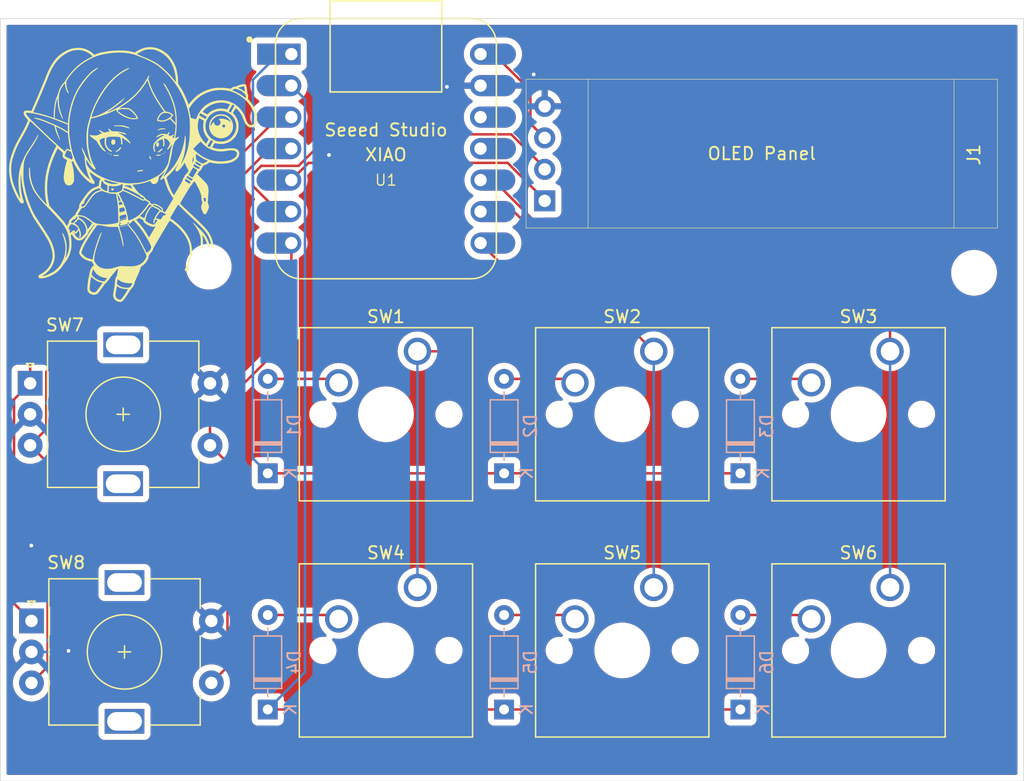
<source format=kicad_pcb>
(kicad_pcb (version 20240108) (generator "pcbnew") (generator_version "8.0")
  (layers (0 "F.Cu" signal) (31 "B.Cu" signal) (34 "B.Paste" user) (35 "F.Paste" user) (36 "B.SilkS" user "B.Silkscreen") (37 "F.SilkS" user "F.Silkscreen") (38 "B.Mask" user) (39 "F.Mask" user) (44 "Edge.Cuts" user))
  (net 0 "")
  (net 1 "Net-(D1-A)")
  (net 2 "ROW1")
  (net 3 "Net-(D2-A)")
  (net 4 "Net-(D3-A)")
  (net 5 "Net-(D4-A)")
  (net 6 "ROW2")
  (net 7 "Net-(D5-A)")
  (net 8 "Net-(D6-A)")
  (net 9 "SDA")
  (net 10 "GND")
  (net 11 "+5V")
  (net 12 "SCL")
  (net 13 "COL1")
  (net 14 "COL2")
  (net 15 "COL3")
  (net 16 "SWB")
  (net 17 "SWA")
  (net 18 "SW1")
  (net 20 "+3V3")
  (footprint "Button_Switch_Keyboard:SW_Cherry_MX_1.00u_PCB" (layer "F.Cu") (at 131.1275 56.8325)
    (property "Reference" "SW1" (at -2.54 -2.794 0) (layer "F.SilkS"))
    (property "Value" "SW_Push_45deg")
    (pad "" np_thru_hole circle (at -7.62 5.08) (size 1.7 1.7) (drill 1.7) (layers "*.Cu" "*.Mask"))
    (pad "" np_thru_hole circle (at -2.54 5.08) (size 4 4) (drill 4) (layers "*.Cu" "*.Mask"))
    (pad "" np_thru_hole circle (at 2.54 5.08) (size 1.7 1.7) (drill 1.7) (layers "*.Cu" "*.Mask"))
    (pad "1" thru_hole circle (at 0 0) (size 2.2 2.2) (drill 1.5) (layers "*.Cu" "*.Mask") (net 13 "COL1"))
    (pad "2" thru_hole circle (at -6.35 2.54) (size 2.2 2.2) (drill 1.5) (layers "*.Cu" "*.Mask") (net 1 "Net-(D1-A)"))
  )
  (footprint "Rotary_Encoder:RotaryEncoder_Alps_EC11E-Switch_Vertical_H20mm" (layer "F.Cu") (at 99.90625 59.4125)
    (property "Reference" "SW7" (at 2.8 -4.7 0) (layer "F.SilkS"))
    (property "Value" "RotaryEncoder_Switch")
    (pad "A" thru_hole rect (at 0 0) (size 2 2) (drill 1) (layers "*.Cu" "*.Mask") (net 17 "SWA"))
    (pad "B" thru_hole circle (at 0 5) (size 2 2) (drill 1) (layers "*.Cu" "*.Mask") (net 16 "SWB"))
    (pad "C" thru_hole circle (at 0 2.5) (size 2 2) (drill 1) (layers "*.Cu" "*.Mask") (net 10 "GND"))
    (pad "MP" thru_hole rect (at 7.5 -3.1) (size 3.2 2) (drill oval 2.8 1.5) (layers "*.Cu" "*.Mask"))
    (pad "MP" thru_hole rect (at 7.5 8.1) (size 3.2 2) (drill oval 2.8 1.5) (layers "*.Cu" "*.Mask"))
    (pad "S1" thru_hole circle (at 14.5 5) (size 2 2) (drill 1) (layers "*.Cu" "*.Mask") (net 18 "SW1"))
    (pad "S2" thru_hole circle (at 14.5 0) (size 2 2) (drill 1) (layers "*.Cu" "*.Mask") (net 10 "GND"))
  )
  (footprint "Button_Switch_Keyboard:SW_Cherry_MX_1.00u_PCB" (layer "F.Cu") (at 131.1275 75.8825)
    (property "Reference" "SW4" (at -2.54 -2.794 0) (layer "F.SilkS"))
    (property "Value" "SW_Push_45deg")
    (pad "" np_thru_hole circle (at -7.62 5.08) (size 1.7 1.7) (drill 1.7) (layers "*.Cu" "*.Mask"))
    (pad "" np_thru_hole circle (at -2.54 5.08) (size 4 4) (drill 4) (layers "*.Cu" "*.Mask"))
    (pad "" np_thru_hole circle (at 2.54 5.08) (size 1.7 1.7) (drill 1.7) (layers "*.Cu" "*.Mask"))
    (pad "1" thru_hole circle (at 0 0) (size 2.2 2.2) (drill 1.5) (layers "*.Cu" "*.Mask") (net 13 "COL1"))
    (pad "2" thru_hole circle (at -6.35 2.54) (size 2.2 2.2) (drill 1.5) (layers "*.Cu" "*.Mask") (net 5 "Net-(D4-A)"))
  )
  (footprint "MountingHole:MountingHole_3.2mm_M3" (layer "F.Cu") (at 176 50.5)
    (property "Reference" "REF**" (hide yes))
    (property "Value" "MountingHole_3.2mm_M3" (hide yes))
    (pad "" np_thru_hole circle (at 0 0) (size 3.2 3.2) (drill 3.2) (layers "*.Cu" "*.Mask"))
  )
  (footprint "Foot:SSD1306-0.91-OLED-4pin-128x32" (layer "F.Cu") (at 177.885 46.885 180)
    (property "Reference" "J1" (at 1.9 5.91 90) (layer "F.SilkS"))
    (property "Value" "OLED DISPLAY")
    (fp_text user "OLED Panel" (at 19 6 0) (layer "F.SilkS"))
    (pad "1" thru_hole rect (at 36.5 2.19 180) (size 1.7 1.7) (drill 1) (layers "*.Cu" "*.Mask") (net 9 "SDA"))
    (pad "2" thru_hole oval (at 36.5 4.73 180) (size 1.7 1.7) (drill 1) (layers "*.Cu" "*.Mask") (net 12 "SCL"))
    (pad "3" thru_hole oval (at 36.5 7.27 180) (size 1.7 1.7) (drill 1) (layers "*.Cu" "*.Mask") (net 11 "+5V"))
    (pad "4" thru_hole oval (at 36.5 9.81 180) (size 1.7 1.7) (drill 1) (layers "*.Cu" "*.Mask") (net 10 "GND"))
  )
  (footprint "Button_Switch_Keyboard:SW_Cherry_MX_1.00u_PCB" (layer "F.Cu") (at 150.1775 56.8325)
    (property "Reference" "SW2" (at -2.54 -2.794 0) (layer "F.SilkS"))
    (property "Value" "SW_Push_45deg")
    (pad "" np_thru_hole circle (at -7.62 5.08) (size 1.7 1.7) (drill 1.7) (layers "*.Cu" "*.Mask"))
    (pad "" np_thru_hole circle (at -2.54 5.08) (size 4 4) (drill 4) (layers "*.Cu" "*.Mask"))
    (pad "" np_thru_hole circle (at 2.54 5.08) (size 1.7 1.7) (drill 1.7) (layers "*.Cu" "*.Mask"))
    (pad "1" thru_hole circle (at 0 0) (size 2.2 2.2) (drill 1.5) (layers "*.Cu" "*.Mask") (net 14 "COL2"))
    (pad "2" thru_hole circle (at -6.35 2.54) (size 2.2 2.2) (drill 1.5) (layers "*.Cu" "*.Mask") (net 3 "Net-(D2-A)"))
  )
  (footprint "Rotary_Encoder:RotaryEncoder_Alps_EC11E-Switch_Vertical_H20mm" (layer "F.Cu") (at 100.0125 78.58125)
    (property "Reference" "SW8" (at 2.8 -4.7 0) (layer "F.SilkS"))
    (property "Value" "RotaryEncoder_Switch")
    (pad "A" thru_hole rect (at 0 0) (size 2 2) (drill 1) (layers "*.Cu" "*.Mask") (net 17 "SWA"))
    (pad "B" thru_hole circle (at 0 5) (size 2 2) (drill 1) (layers "*.Cu" "*.Mask") (net 16 "SWB"))
    (pad "C" thru_hole circle (at 0 2.5) (size 2 2) (drill 1) (layers "*.Cu" "*.Mask") (net 10 "GND"))
    (pad "MP" thru_hole rect (at 7.5 -3.1) (size 3.2 2) (drill oval 2.8 1.5) (layers "*.Cu" "*.Mask"))
    (pad "MP" thru_hole rect (at 7.5 8.1) (size 3.2 2) (drill oval 2.8 1.5) (layers "*.Cu" "*.Mask"))
    (pad "S1" thru_hole circle (at 14.5 5) (size 2 2) (drill 1) (layers "*.Cu" "*.Mask") (net 18 "SW1"))
    (pad "S2" thru_hole circle (at 14.5 0) (size 2 2) (drill 1) (layers "*.Cu" "*.Mask") (net 10 "GND"))
  )
  (footprint "MountingHole:MountingHole_3.2mm_M3" (layer "F.Cu") (at 114.3 50.00625)
    (property "Reference" "REF**" (hide yes))
    (property "Value" "MountingHole_3.2mm_M3" (hide yes))
    (pad "" np_thru_hole circle (at 0 0) (size 3.2 3.2) (drill 3.2) (layers "*.Cu" "*.Mask"))
  )
  (footprint "LOGO" (layer "F.Cu") (at 108 42.5)
    (property "Reference" "G***" (hide yes))
    (property "Value" "LOGO" (hide yes))
  )
  (footprint "Button_Switch_Keyboard:SW_Cherry_MX_1.00u_PCB" (layer "F.Cu") (at 169.2275 56.8325)
    (property "Reference" "SW3" (at -2.54 -2.794 0) (layer "F.SilkS"))
    (property "Value" "SW_Push_45deg")
    (pad "" np_thru_hole circle (at -7.62 5.08) (size 1.7 1.7) (drill 1.7) (layers "*.Cu" "*.Mask"))
    (pad "" np_thru_hole circle (at -2.54 5.08) (size 4 4) (drill 4) (layers "*.Cu" "*.Mask"))
    (pad "" np_thru_hole circle (at 2.54 5.08) (size 1.7 1.7) (drill 1.7) (layers "*.Cu" "*.Mask"))
    (pad "1" thru_hole circle (at 0 0) (size 2.2 2.2) (drill 1.5) (layers "*.Cu" "*.Mask") (net 15 "COL3"))
    (pad "2" thru_hole circle (at -6.35 2.54) (size 2.2 2.2) (drill 1.5) (layers "*.Cu" "*.Mask") (net 4 "Net-(D3-A)"))
  )
  (footprint "Foot:XIAO-Generic-Hybrid-14P-2.54-21X17.8MM" (layer "F.Cu") (at 128.5875 40.48125)
    (property "Reference" "U1" (at 0 2.54 0) (layer "F.SilkS") (effects (font (size 0.889 0.889) (thickness 0.1016))))
    (property "Value" "XIAO-RP2040-DIP" (hide yes))
    (fp_text user "Seeed Studio" (at 0 -1.5 0) (layer "F.SilkS"))
    (fp_text user "XIAO" (at 0 0.5 0) (layer "F.SilkS"))
    (pad "1" thru_hole rect (at -7.625 -7.62) (size 3.5 1.7) (drill 1 (offset -1 0)) (layers "*.Cu" "*.Mask") (net 2 "ROW1"))
    (pad "2" thru_hole oval (at -7.625 -5.08) (size 3.6 1.7) (drill 1 (offset -1 0)) (layers "*.Cu" "*.Mask") (net 6 "ROW2"))
    (pad "3" thru_hole oval (at -7.625 -2.54) (size 3.6 1.7) (drill 1 (offset -1 0)) (layers "*.Cu" "*.Mask") (net 17 "SWA"))
    (pad "4" thru_hole oval (at -7.625 0) (size 3.6 1.7) (drill 1 (offset -1 0)) (layers "*.Cu" "*.Mask") (net 16 "SWB"))
    (pad "5" thru_hole oval (at -7.625 2.54) (size 3.6 1.7) (drill 1 (offset -1 0)) (layers "*.Cu" "*.Mask") (net 9 "SDA"))
    (pad "6" thru_hole oval (at -7.625 5.08 180) (size 3.6 1.7) (drill 1 (offset 1 0)) (layers "*.Cu" "*.Mask") (net 12 "SCL"))
    (pad "7" thru_hole oval (at -7.625 7.62) (size 3.6 1.7) (drill 1 (offset -1 0)) (layers "*.Cu" "*.Mask") (net 18 "SW1"))
    (pad "8" thru_hole oval (at 7.625 7.62) (size 3.6 1.7) (drill 1 (offset 1 0)) (layers "*.Cu" "*.Mask") (net 13 "COL1"))
    (pad "9" thru_hole oval (at 7.625 5.08) (size 3.6 1.7) (drill 1 (offset 1 0)) (layers "*.Cu" "*.Mask") (net 14 "COL2"))
    (pad "10" thru_hole oval (at 7.625 2.54) (size 3.6 1.7) (drill 1 (offset 1 0)) (layers "*.Cu" "*.Mask") (net 15 "COL3"))
    (pad "11" thru_hole oval (at 7.625 0) (size 3.7 1.7) (drill 1 (offset 1 0)) (layers "*.Cu" "*.Mask"))
    (pad "12" thru_hole oval (at 7.625 -2.54) (size 3.7 1.7) (drill 1 (offset 1 0)) (layers "*.Cu" "*.Mask") (net 20 "+3V3"))
    (pad "13" thru_hole oval (at 7.625 -5.08) (size 3.7 1.7) (drill 1 (offset 1 0)) (layers "*.Cu" "*.Mask") (net 10 "GND"))
    (pad "14" thru_hole oval (at 7.625 -7.62) (size 3.7 1.7) (drill 1 (offset 1 0)) (layers "*.Cu" "*.Mask") (net 11 "+5V"))
  )
  (footprint "Button_Switch_Keyboard:SW_Cherry_MX_1.00u_PCB" (layer "F.Cu") (at 169.2275 75.8825)
    (property "Reference" "SW6" (at -2.54 -2.794 0) (layer "F.SilkS"))
    (property "Value" "SW_Push_45deg")
    (pad "" np_thru_hole circle (at -7.62 5.08) (size 1.7 1.7) (drill 1.7) (layers "*.Cu" "*.Mask"))
    (pad "" np_thru_hole circle (at -2.54 5.08) (size 4 4) (drill 4) (layers "*.Cu" "*.Mask"))
    (pad "" np_thru_hole circle (at 2.54 5.08) (size 1.7 1.7) (drill 1.7) (layers "*.Cu" "*.Mask"))
    (pad "1" thru_hole circle (at 0 0) (size 2.2 2.2) (drill 1.5) (layers "*.Cu" "*.Mask") (net 15 "COL3"))
    (pad "2" thru_hole circle (at -6.35 2.54) (size 2.2 2.2) (drill 1.5) (layers "*.Cu" "*.Mask") (net 8 "Net-(D6-A)"))
  )
  (footprint "Button_Switch_Keyboard:SW_Cherry_MX_1.00u_PCB" (layer "F.Cu") (at 150.1775 75.8825)
    (property "Reference" "SW5" (at -2.54 -2.794 0) (layer "F.SilkS"))
    (property "Value" "SW_Push_45deg")
    (pad "" np_thru_hole circle (at -7.62 5.08) (size 1.7 1.7) (drill 1.7) (layers "*.Cu" "*.Mask"))
    (pad "" np_thru_hole circle (at -2.54 5.08) (size 4 4) (drill 4) (layers "*.Cu" "*.Mask"))
    (pad "" np_thru_hole circle (at 2.54 5.08) (size 1.7 1.7) (drill 1.7) (layers "*.Cu" "*.Mask"))
    (pad "1" thru_hole circle (at 0 0) (size 2.2 2.2) (drill 1.5) (layers "*.Cu" "*.Mask") (net 14 "COL2"))
    (pad "2" thru_hole circle (at -6.35 2.54) (size 2.2 2.2) (drill 1.5) (layers "*.Cu" "*.Mask") (net 7 "Net-(D5-A)"))
  )
  (footprint "Diode_THT:D_DO-35_SOD27_P7.62mm_Horizontal" (layer "B.Cu") (at 157.1625 66.675 90)
    (property "Reference" "D3" (at 3.81 2.12 90) (layer "B.SilkS") (effects (justify mirror)))
    (property "Value" "D")
    (fp_text user "K" (at 0 1.8 90) (layer "B.SilkS") (effects (justify mirror)))
    (pad "1" thru_hole rect (at 0 0 90) (size 1.6 1.6) (drill 0.8) (layers "*.Cu" "*.Mask") (net 2 "ROW1"))
    (pad "2" thru_hole oval (at 7.62 0 90) (size 1.6 1.6) (drill 0.8) (layers "*.Cu" "*.Mask") (net 4 "Net-(D3-A)"))
  )
  (footprint "Diode_THT:D_DO-35_SOD27_P7.62mm_Horizontal" (layer "B.Cu") (at 119.0625 66.675 90)
    (property "Reference" "D1" (at 3.81 2.12 90) (layer "B.SilkS") (effects (justify mirror)))
    (property "Value" "D")
    (fp_text user "K" (at 0 1.8 90) (layer "B.SilkS") (effects (justify mirror)))
    (pad "1" thru_hole rect (at 0 0 90) (size 1.6 1.6) (drill 0.8) (layers "*.Cu" "*.Mask") (net 2 "ROW1"))
    (pad "2" thru_hole oval (at 7.62 0 90) (size 1.6 1.6) (drill 0.8) (layers "*.Cu" "*.Mask") (net 1 "Net-(D1-A)"))
  )
  (footprint "Diode_THT:D_DO-35_SOD27_P7.62mm_Horizontal" (layer "B.Cu") (at 157.1625 85.725 90)
    (property "Reference" "D6" (at 3.81 2.12 90) (layer "B.SilkS") (effects (justify mirror)))
    (property "Value" "D")
    (fp_text user "K" (at 0 1.8 90) (layer "B.SilkS") (effects (justify mirror)))
    (pad "1" thru_hole rect (at 0 0 90) (size 1.6 1.6) (drill 0.8) (layers "*.Cu" "*.Mask") (net 6 "ROW2"))
    (pad "2" thru_hole oval (at 7.62 0 90) (size 1.6 1.6) (drill 0.8) (layers "*.Cu" "*.Mask") (net 8 "Net-(D6-A)"))
  )
  (footprint "Diode_THT:D_DO-35_SOD27_P7.62mm_Horizontal" (layer "B.Cu") (at 119.0625 85.725 90)
    (property "Reference" "D4" (at 3.81 2.12 90) (layer "B.SilkS") (effects (justify mirror)))
    (property "Value" "D")
    (fp_text user "K" (at 0 1.8 90) (layer "B.SilkS") (effects (justify mirror)))
    (pad "1" thru_hole rect (at 0 0 90) (size 1.6 1.6) (drill 0.8) (layers "*.Cu" "*.Mask") (net 6 "ROW2"))
    (pad "2" thru_hole oval (at 7.62 0 90) (size 1.6 1.6) (drill 0.8) (layers "*.Cu" "*.Mask") (net 5 "Net-(D4-A)"))
  )
  (footprint "Diode_THT:D_DO-35_SOD27_P7.62mm_Horizontal" (layer "B.Cu") (at 138.1125 66.675 90)
    (property "Reference" "D2" (at 3.81 2.12 90) (layer "B.SilkS") (effects (justify mirror)))
    (property "Value" "D")
    (fp_text user "K" (at 0 1.8 90) (layer "B.SilkS") (effects (justify mirror)))
    (pad "1" thru_hole rect (at 0 0 90) (size 1.6 1.6) (drill 0.8) (layers "*.Cu" "*.Mask") (net 2 "ROW1"))
    (pad "2" thru_hole oval (at 7.62 0 90) (size 1.6 1.6) (drill 0.8) (layers "*.Cu" "*.Mask") (net 3 "Net-(D2-A)"))
  )
  (footprint "Diode_THT:D_DO-35_SOD27_P7.62mm_Horizontal" (layer "B.Cu") (at 138.1125 85.725 90)
    (property "Reference" "D5" (at 3.81 2.12 90) (layer "B.SilkS") (effects (justify mirror)))
    (property "Value" "D")
    (fp_text user "K" (at 0 1.8 90) (layer "B.SilkS") (effects (justify mirror)))
    (pad "1" thru_hole rect (at 0 0 90) (size 1.6 1.6) (drill 0.8) (layers "*.Cu" "*.Mask") (net 6 "ROW2"))
    (pad "2" thru_hole oval (at 7.62 0 90) (size 1.6 1.6) (drill 0.8) (layers "*.Cu" "*.Mask") (net 7 "Net-(D5-A)"))
  )
  (gr_rect (start 97.5 30) (end 180 91.5) (stroke (width 0.05)) (fill none) (layer "Edge.Cuts"))
  (segment (start 124.46 59.055) (end 124.7775 59.3725) (width 0.2) (layer "F.Cu") (net 1))
  (segment (start 119.0625 59.055) (end 124.46 59.055) (width 0.2) (layer "F.Cu") (net 1))
  (segment (start 138.1125 66.675) (end 157.1625 66.675) (width 0.2) (layer "F.Cu") (net 2))
  (segment (start 119.0625 66.675) (end 138.1125 66.675) (width 0.2) (layer "F.Cu") (net 2))
  (segment (start 119.0625 66.675) (end 117.8625 65.475) (width 0.2) (layer "B.Cu") (net 2))
  (segment (start 117.8625 34.924904) (end 119.926154 32.86125) (width 0.2) (layer "B.Cu") (net 2))
  (segment (start 117.8625 65.475) (end 117.8625 34.924904) (width 0.2) (layer "B.Cu") (net 2))
  (segment (start 119.926154 32.86125) (end 120.9625 32.86125) (width 0.2) (layer "B.Cu") (net 2))
  (segment (start 143.51 59.055) (end 143.8275 59.3725) (width 0.2) (layer "F.Cu") (net 3))
  (segment (start 138.1125 59.055) (end 143.51 59.055) (width 0.2) (layer "F.Cu") (net 3))
  (segment (start 162.56 59.055) (end 162.8775 59.3725) (width 0.2) (layer "F.Cu") (net 4))
  (segment (start 157.1625 59.055) (end 162.56 59.055) (width 0.2) (layer "F.Cu") (net 4))
  (segment (start 124.46 78.105) (end 124.7775 78.4225) (width 0.2) (layer "F.Cu") (net 5))
  (segment (start 119.0625 78.105) (end 124.46 78.105) (width 0.2) (layer "F.Cu") (net 5))
  (segment (start 119.0625 85.725) (end 138.1125 85.725) (width 0.2) (layer "F.Cu") (net 6))
  (segment (start 138.1125 85.725) (end 157.1625 85.725) (width 0.2) (layer "F.Cu") (net 6))
  (segment (start 120.9625 35.40125) (end 122.0625 36.50125) (width 0.2) (layer "B.Cu") (net 6))
  (segment (start 122.0625 82.725) (end 119.0625 85.725) (width 0.2) (layer "B.Cu") (net 6))
  (segment (start 122.0625 36.50125) (end 122.0625 82.725) (width 0.2) (layer "B.Cu") (net 6))
  (segment (start 143.51 78.105) (end 143.8275 78.4225) (width 0.2) (layer "F.Cu") (net 7))
  (segment (start 138.1125 78.105) (end 143.51 78.105) (width 0.2) (layer "F.Cu") (net 7))
  (segment (start 162.56 78.105) (end 162.8775 78.4225) (width 0.2) (layer "F.Cu") (net 8))
  (segment (start 157.1625 78.105) (end 162.56 78.105) (width 0.2) (layer "F.Cu") (net 8))
  (segment (start 120.9625 43.02125) (end 122.3525 41.63125) (width 0.2) (layer "F.Cu") (net 9))
  (segment (start 122.3525 41.63125) (end 138.398846 41.63125) (width 0.2) (layer "F.Cu") (net 9))
  (segment (start 138.398846 41.63125) (end 141.385 44.617404) (width 0.2) (layer "F.Cu") (net 9))
  (segment (start 141.385 44.617404) (end 141.385 44.695) (width 0.2) (layer "F.Cu") (net 9))
  (segment (start 136.11375 35.5) (end 136.2125 35.40125) (width 0.2) (layer "F.Cu") (net 10))
  (segment (start 133.5 35.5) (end 136.11375 35.5) (width 0.2) (layer "F.Cu") (net 10))
  (via (at 124 41) (size 0.6) (drill 0.3) (layers "F.Cu" "B.Cu") (net 10))
  (via (at 140.5 34.5) (size 0.6) (drill 0.3) (layers "F.Cu" "B.Cu") (net 10))
  (via (at 103 81) (size 0.6) (drill 0.3) (layers "F.Cu" "B.Cu") (net 10))
  (via (at 133.5 35.5) (size 0.6) (drill 0.3) (layers "F.Cu" "B.Cu") (net 10))
  (via (at 100 72.5) (size 0.6) (drill 0.3) (layers "F.Cu" "B.Cu") (net 10))
  (segment (start 102.91875 81.08125) (end 100.0125 81.08125) (width 0.2) (layer "B.Cu") (net 10))
  (segment (start 139.59875 35.40125) (end 136.2125 35.40125) (width 0.2) (layer "B.Cu") (net 10))
  (segment (start 103 81) (end 102.91875 81.08125) (width 0.2) (layer "B.Cu") (net 10))
  (segment (start 140.5 34.5) (end 139.59875 35.40125) (width 0.2) (layer "B.Cu") (net 10))
  (segment (start 141.385 39.615) (end 140.235 38.465) (width 0.2) (layer "F.Cu") (net 11))
  (segment (start 140.235 38.465) (end 140.235 35.797404) (width 0.2) (layer "F.Cu") (net 11))
  (segment (start 140.235 35.797404) (end 137.298846 32.86125) (width 0.2) (layer "F.Cu") (net 11))
  (segment (start 137.298846 32.86125) (end 136.2125 32.86125) (width 0.2) (layer "F.Cu") (net 11))
  (segment (start 119.926154 45.56125) (end 117.8625 43.497596) (width 0.2) (layer "F.Cu") (net 12))
  (segment (start 117.8625 42.544904) (end 118.536154 41.87125) (width 0.2) (layer "F.Cu") (net 12))
  (segment (start 118.536154 41.87125) (end 121.546814 41.87125) (width 0.2) (layer "F.Cu") (net 12))
  (segment (start 120.9625 45.56125) (end 119.926154 45.56125) (width 0.2) (layer "F.Cu") (net 12))
  (segment (start 138.688846 39.33125) (end 124.086814 39.33125) (width 0.2) (layer "F.Cu") (net 12))
  (segment (start 121.546814 41.87125) (end 124.086814 39.33125) (width 0.2) (layer "F.Cu") (net 12))
  (segment (start 117.8625 43.497596) (end 117.8625 42.544904) (width 0.2) (layer "F.Cu") (net 12))
  (segment (start 141.385 42.155) (end 141.385 42.027404) (width 0.2) (layer "F.Cu") (net 12))
  (segment (start 141.385 42.027404) (end 138.688846 39.33125) (width 0.2) (layer "F.Cu") (net 12))
  (segment (start 138.1125 52.3875) (end 138.1125 50.00625) (width 0.2) (layer "F.Cu") (net 13))
  (segment (start 131.1275 56.8325) (end 133.6675 56.8325) (width 0.2) (layer "F.Cu") (net 13))
  (segment (start 136.2125 48.10625) (end 136.2125 48.10125) (width 0.2) (layer "F.Cu") (net 13))
  (segment (start 133.6675 56.8325) (end 138.1125 52.3875) (width 0.2) (layer "F.Cu") (net 13))
  (segment (start 138.1125 50.00625) (end 136.2125 48.10625) (width 0.2) (layer "F.Cu") (net 13))
  (segment (start 131.1275 75.8825) (end 131.1275 56.8325) (width 0.2) (layer "B.Cu") (net 13))
  (segment (start 138.90625 45.56125) (end 136.2125 45.56125) (width 0.2) (layer "F.Cu") (net 14))
  (segment (start 150.1775 56.8325) (end 138.90625 45.56125) (width 0.2) (layer "F.Cu") (net 14))
  (segment (start 150.1775 75.8825) (end 150.1775 56.8325) (width 0.2) (layer "B.Cu") (net 14))
  (segment (start 168.5 54.5) (end 169.2275 55.2275) (width 0.2) (layer "F.Cu") (net 15))
  (segment (start 137.248846 43.02125) (end 148.727596 54.5) (width 0.2) (layer "F.Cu") (net 15))
  (segment (start 136.2125 43.02125) (end 137.248846 43.02125) (width 0.2) (layer "F.Cu") (net 15))
  (segment (start 148.727596 54.5) (end 168.5 54.5) (width 0.2) (layer "F.Cu") (net 15))
  (segment (start 169.2275 55.2275) (end 169.2275 56.8325) (width 0.2) (layer "F.Cu") (net 15))
  (segment (start 169.2275 75.8825) (end 169.2275 56.8325) (width 0.2) (layer "B.Cu") (net 15))
  (segment (start 119.21875 40.48125) (end 120.9625 40.48125) (width 0.2) (layer "F.Cu") (net 16))
  (segment (start 101.20625 58.49375) (end 119.21875 40.48125) (width 0.2) (layer "F.Cu") (net 16))
  (segment (start 101.3125 82.28125) (end 101.3125 65.81875) (width 0.2) (layer "F.Cu") (net 16))
  (segment (start 101.20625 63.1125) (end 101.20625 58.49375) (width 0.2) (layer "F.Cu") (net 16))
  (segment (start 101.3125 65.81875) (end 99.90625 64.4125) (width 0.2) (layer "F.Cu") (net 16))
  (segment (start 99.90625 64.4125) (end 101.20625 63.1125) (width 0.2) (layer "F.Cu") (net 16))
  (segment (start 100.0125 83.58125) (end 101.3125 82.28125) (width 0.2) (layer "F.Cu") (net 16))
  (segment (start 99.90625 59.4125) (end 99.90625 57.961154) (width 0.2) (layer "F.Cu") (net 17))
  (segment (start 98.60625 60.7125) (end 99.90625 59.4125) (width 0.2) (layer "F.Cu") (net 17))
  (segment (start 119.926154 37.94125) (end 120.9625 37.94125) (width 0.2) (layer "F.Cu") (net 17))
  (segment (start 98.60625 77.175) (end 98.60625 60.7125) (width 0.2) (layer "F.Cu") (net 17))
  (segment (start 99.90625 57.961154) (end 119.926154 37.94125) (width 0.2) (layer "F.Cu") (net 17))
  (segment (start 100.0125 78.58125) (end 98.60625 77.175) (width 0.2) (layer "F.Cu") (net 17))
  (segment (start 114.40625 64.4125) (end 115.8125 65.81875) (width 0.2) (layer "F.Cu") (net 18))
  (segment (start 114.40625 64.4125) (end 114.40625 62.155615) (width 0.2) (layer "F.Cu") (net 18))
  (segment (start 120.9625 55.599365) (end 120.9625 48.10125) (width 0.2) (layer "F.Cu") (net 18))
  (segment (start 115.8125 65.81875) (end 115.8125 82.28125) (width 0.2) (layer "F.Cu") (net 18))
  (segment (start 115.8125 82.28125) (end 114.5125 83.58125) (width 0.2) (layer "F.Cu") (net 18))
  (segment (start 114.40625 62.155615) (end 120.9625 55.599365) (width 0.2) (layer "F.Cu") (net 18))
  (zone (net 10) (net_name "GND") (layers "F&B.Cu") (connect_pads (clearance 0.5)) (min_thickness 0.25) (fill yes (thermal_gap 0.5) (thermal_bridge_width 0.5))
    (polygon (pts (xy 180 30) (xy 97.5 30) (xy 97.5 91.5) (xy 180 91.5)))
  )
)
</source>
